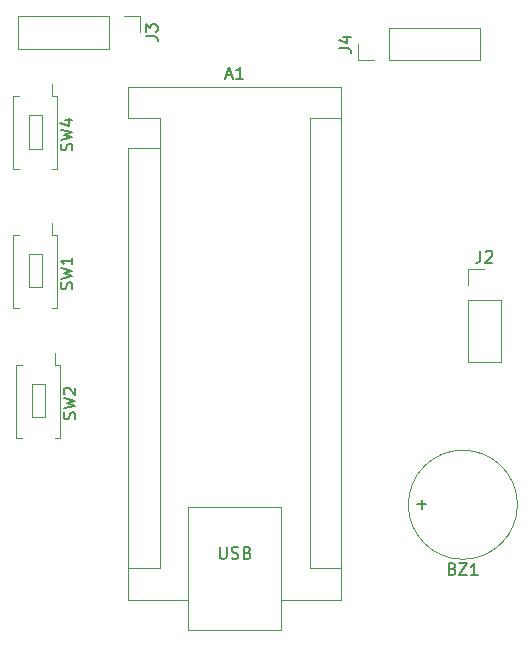
<source format=gbr>
%TF.GenerationSoftware,KiCad,Pcbnew,9.0.2*%
%TF.CreationDate,2025-06-04T00:58:58-04:00*%
%TF.ProjectId,placapcbbalanza,706c6163-6170-4636-9262-616c616e7a61,rev?*%
%TF.SameCoordinates,Original*%
%TF.FileFunction,Legend,Top*%
%TF.FilePolarity,Positive*%
%FSLAX46Y46*%
G04 Gerber Fmt 4.6, Leading zero omitted, Abs format (unit mm)*
G04 Created by KiCad (PCBNEW 9.0.2) date 2025-06-04 00:58:58*
%MOMM*%
%LPD*%
G01*
G04 APERTURE LIST*
%ADD10C,0.150000*%
%ADD11C,0.120000*%
G04 APERTURE END LIST*
D10*
X24511700Y-28078832D02*
X24559319Y-27935975D01*
X24559319Y-27935975D02*
X24559319Y-27697880D01*
X24559319Y-27697880D02*
X24511700Y-27602642D01*
X24511700Y-27602642D02*
X24464080Y-27555023D01*
X24464080Y-27555023D02*
X24368842Y-27507404D01*
X24368842Y-27507404D02*
X24273604Y-27507404D01*
X24273604Y-27507404D02*
X24178366Y-27555023D01*
X24178366Y-27555023D02*
X24130747Y-27602642D01*
X24130747Y-27602642D02*
X24083128Y-27697880D01*
X24083128Y-27697880D02*
X24035509Y-27888356D01*
X24035509Y-27888356D02*
X23987890Y-27983594D01*
X23987890Y-27983594D02*
X23940271Y-28031213D01*
X23940271Y-28031213D02*
X23845033Y-28078832D01*
X23845033Y-28078832D02*
X23749795Y-28078832D01*
X23749795Y-28078832D02*
X23654557Y-28031213D01*
X23654557Y-28031213D02*
X23606938Y-27983594D01*
X23606938Y-27983594D02*
X23559319Y-27888356D01*
X23559319Y-27888356D02*
X23559319Y-27650261D01*
X23559319Y-27650261D02*
X23606938Y-27507404D01*
X23559319Y-27174070D02*
X24559319Y-26935975D01*
X24559319Y-26935975D02*
X23845033Y-26745499D01*
X23845033Y-26745499D02*
X24559319Y-26555023D01*
X24559319Y-26555023D02*
X23559319Y-26316928D01*
X23892652Y-25507404D02*
X24559319Y-25507404D01*
X23511700Y-25745499D02*
X24225985Y-25983594D01*
X24225985Y-25983594D02*
X24225985Y-25364547D01*
X30759319Y-18408833D02*
X31473604Y-18408833D01*
X31473604Y-18408833D02*
X31616461Y-18456452D01*
X31616461Y-18456452D02*
X31711700Y-18551690D01*
X31711700Y-18551690D02*
X31759319Y-18694547D01*
X31759319Y-18694547D02*
X31759319Y-18789785D01*
X30759319Y-18027880D02*
X30759319Y-17408833D01*
X30759319Y-17408833D02*
X31140271Y-17742166D01*
X31140271Y-17742166D02*
X31140271Y-17599309D01*
X31140271Y-17599309D02*
X31187890Y-17504071D01*
X31187890Y-17504071D02*
X31235509Y-17456452D01*
X31235509Y-17456452D02*
X31330747Y-17408833D01*
X31330747Y-17408833D02*
X31568842Y-17408833D01*
X31568842Y-17408833D02*
X31664080Y-17456452D01*
X31664080Y-17456452D02*
X31711700Y-17504071D01*
X31711700Y-17504071D02*
X31759319Y-17599309D01*
X31759319Y-17599309D02*
X31759319Y-17885023D01*
X31759319Y-17885023D02*
X31711700Y-17980261D01*
X31711700Y-17980261D02*
X31664080Y-18027880D01*
X59101166Y-36570319D02*
X59101166Y-37284604D01*
X59101166Y-37284604D02*
X59053547Y-37427461D01*
X59053547Y-37427461D02*
X58958309Y-37522700D01*
X58958309Y-37522700D02*
X58815452Y-37570319D01*
X58815452Y-37570319D02*
X58720214Y-37570319D01*
X59529738Y-36665557D02*
X59577357Y-36617938D01*
X59577357Y-36617938D02*
X59672595Y-36570319D01*
X59672595Y-36570319D02*
X59910690Y-36570319D01*
X59910690Y-36570319D02*
X60005928Y-36617938D01*
X60005928Y-36617938D02*
X60053547Y-36665557D01*
X60053547Y-36665557D02*
X60101166Y-36760795D01*
X60101166Y-36760795D02*
X60101166Y-36856033D01*
X60101166Y-36856033D02*
X60053547Y-36998890D01*
X60053547Y-36998890D02*
X59482119Y-37570319D01*
X59482119Y-37570319D02*
X60101166Y-37570319D01*
X47149319Y-19408833D02*
X47863604Y-19408833D01*
X47863604Y-19408833D02*
X48006461Y-19456452D01*
X48006461Y-19456452D02*
X48101700Y-19551690D01*
X48101700Y-19551690D02*
X48149319Y-19694547D01*
X48149319Y-19694547D02*
X48149319Y-19789785D01*
X47482652Y-18504071D02*
X48149319Y-18504071D01*
X47101700Y-18742166D02*
X47815985Y-18980261D01*
X47815985Y-18980261D02*
X47815985Y-18361214D01*
X24761700Y-50828832D02*
X24809319Y-50685975D01*
X24809319Y-50685975D02*
X24809319Y-50447880D01*
X24809319Y-50447880D02*
X24761700Y-50352642D01*
X24761700Y-50352642D02*
X24714080Y-50305023D01*
X24714080Y-50305023D02*
X24618842Y-50257404D01*
X24618842Y-50257404D02*
X24523604Y-50257404D01*
X24523604Y-50257404D02*
X24428366Y-50305023D01*
X24428366Y-50305023D02*
X24380747Y-50352642D01*
X24380747Y-50352642D02*
X24333128Y-50447880D01*
X24333128Y-50447880D02*
X24285509Y-50638356D01*
X24285509Y-50638356D02*
X24237890Y-50733594D01*
X24237890Y-50733594D02*
X24190271Y-50781213D01*
X24190271Y-50781213D02*
X24095033Y-50828832D01*
X24095033Y-50828832D02*
X23999795Y-50828832D01*
X23999795Y-50828832D02*
X23904557Y-50781213D01*
X23904557Y-50781213D02*
X23856938Y-50733594D01*
X23856938Y-50733594D02*
X23809319Y-50638356D01*
X23809319Y-50638356D02*
X23809319Y-50400261D01*
X23809319Y-50400261D02*
X23856938Y-50257404D01*
X23809319Y-49924070D02*
X24809319Y-49685975D01*
X24809319Y-49685975D02*
X24095033Y-49495499D01*
X24095033Y-49495499D02*
X24809319Y-49305023D01*
X24809319Y-49305023D02*
X23809319Y-49066928D01*
X23904557Y-48733594D02*
X23856938Y-48685975D01*
X23856938Y-48685975D02*
X23809319Y-48590737D01*
X23809319Y-48590737D02*
X23809319Y-48352642D01*
X23809319Y-48352642D02*
X23856938Y-48257404D01*
X23856938Y-48257404D02*
X23904557Y-48209785D01*
X23904557Y-48209785D02*
X23999795Y-48162166D01*
X23999795Y-48162166D02*
X24095033Y-48162166D01*
X24095033Y-48162166D02*
X24237890Y-48209785D01*
X24237890Y-48209785D02*
X24809319Y-48781213D01*
X24809319Y-48781213D02*
X24809319Y-48162166D01*
X37590214Y-21724604D02*
X38066404Y-21724604D01*
X37494976Y-22010319D02*
X37828309Y-21010319D01*
X37828309Y-21010319D02*
X38161642Y-22010319D01*
X39018785Y-22010319D02*
X38447357Y-22010319D01*
X38733071Y-22010319D02*
X38733071Y-21010319D01*
X38733071Y-21010319D02*
X38637833Y-21153176D01*
X38637833Y-21153176D02*
X38542595Y-21248414D01*
X38542595Y-21248414D02*
X38447357Y-21296033D01*
X37042595Y-61650319D02*
X37042595Y-62459842D01*
X37042595Y-62459842D02*
X37090214Y-62555080D01*
X37090214Y-62555080D02*
X37137833Y-62602700D01*
X37137833Y-62602700D02*
X37233071Y-62650319D01*
X37233071Y-62650319D02*
X37423547Y-62650319D01*
X37423547Y-62650319D02*
X37518785Y-62602700D01*
X37518785Y-62602700D02*
X37566404Y-62555080D01*
X37566404Y-62555080D02*
X37614023Y-62459842D01*
X37614023Y-62459842D02*
X37614023Y-61650319D01*
X38042595Y-62602700D02*
X38185452Y-62650319D01*
X38185452Y-62650319D02*
X38423547Y-62650319D01*
X38423547Y-62650319D02*
X38518785Y-62602700D01*
X38518785Y-62602700D02*
X38566404Y-62555080D01*
X38566404Y-62555080D02*
X38614023Y-62459842D01*
X38614023Y-62459842D02*
X38614023Y-62364604D01*
X38614023Y-62364604D02*
X38566404Y-62269366D01*
X38566404Y-62269366D02*
X38518785Y-62221747D01*
X38518785Y-62221747D02*
X38423547Y-62174128D01*
X38423547Y-62174128D02*
X38233071Y-62126509D01*
X38233071Y-62126509D02*
X38137833Y-62078890D01*
X38137833Y-62078890D02*
X38090214Y-62031271D01*
X38090214Y-62031271D02*
X38042595Y-61936033D01*
X38042595Y-61936033D02*
X38042595Y-61840795D01*
X38042595Y-61840795D02*
X38090214Y-61745557D01*
X38090214Y-61745557D02*
X38137833Y-61697938D01*
X38137833Y-61697938D02*
X38233071Y-61650319D01*
X38233071Y-61650319D02*
X38471166Y-61650319D01*
X38471166Y-61650319D02*
X38614023Y-61697938D01*
X39375928Y-62126509D02*
X39518785Y-62174128D01*
X39518785Y-62174128D02*
X39566404Y-62221747D01*
X39566404Y-62221747D02*
X39614023Y-62316985D01*
X39614023Y-62316985D02*
X39614023Y-62459842D01*
X39614023Y-62459842D02*
X39566404Y-62555080D01*
X39566404Y-62555080D02*
X39518785Y-62602700D01*
X39518785Y-62602700D02*
X39423547Y-62650319D01*
X39423547Y-62650319D02*
X39042595Y-62650319D01*
X39042595Y-62650319D02*
X39042595Y-61650319D01*
X39042595Y-61650319D02*
X39375928Y-61650319D01*
X39375928Y-61650319D02*
X39471166Y-61697938D01*
X39471166Y-61697938D02*
X39518785Y-61745557D01*
X39518785Y-61745557D02*
X39566404Y-61840795D01*
X39566404Y-61840795D02*
X39566404Y-61936033D01*
X39566404Y-61936033D02*
X39518785Y-62031271D01*
X39518785Y-62031271D02*
X39471166Y-62078890D01*
X39471166Y-62078890D02*
X39375928Y-62126509D01*
X39375928Y-62126509D02*
X39042595Y-62126509D01*
X24511700Y-39828832D02*
X24559319Y-39685975D01*
X24559319Y-39685975D02*
X24559319Y-39447880D01*
X24559319Y-39447880D02*
X24511700Y-39352642D01*
X24511700Y-39352642D02*
X24464080Y-39305023D01*
X24464080Y-39305023D02*
X24368842Y-39257404D01*
X24368842Y-39257404D02*
X24273604Y-39257404D01*
X24273604Y-39257404D02*
X24178366Y-39305023D01*
X24178366Y-39305023D02*
X24130747Y-39352642D01*
X24130747Y-39352642D02*
X24083128Y-39447880D01*
X24083128Y-39447880D02*
X24035509Y-39638356D01*
X24035509Y-39638356D02*
X23987890Y-39733594D01*
X23987890Y-39733594D02*
X23940271Y-39781213D01*
X23940271Y-39781213D02*
X23845033Y-39828832D01*
X23845033Y-39828832D02*
X23749795Y-39828832D01*
X23749795Y-39828832D02*
X23654557Y-39781213D01*
X23654557Y-39781213D02*
X23606938Y-39733594D01*
X23606938Y-39733594D02*
X23559319Y-39638356D01*
X23559319Y-39638356D02*
X23559319Y-39400261D01*
X23559319Y-39400261D02*
X23606938Y-39257404D01*
X23559319Y-38924070D02*
X24559319Y-38685975D01*
X24559319Y-38685975D02*
X23845033Y-38495499D01*
X23845033Y-38495499D02*
X24559319Y-38305023D01*
X24559319Y-38305023D02*
X23559319Y-38066928D01*
X24559319Y-37162166D02*
X24559319Y-37733594D01*
X24559319Y-37447880D02*
X23559319Y-37447880D01*
X23559319Y-37447880D02*
X23702176Y-37543118D01*
X23702176Y-37543118D02*
X23797414Y-37638356D01*
X23797414Y-37638356D02*
X23845033Y-37733594D01*
X56733547Y-63506509D02*
X56876404Y-63554128D01*
X56876404Y-63554128D02*
X56924023Y-63601747D01*
X56924023Y-63601747D02*
X56971642Y-63696985D01*
X56971642Y-63696985D02*
X56971642Y-63839842D01*
X56971642Y-63839842D02*
X56924023Y-63935080D01*
X56924023Y-63935080D02*
X56876404Y-63982700D01*
X56876404Y-63982700D02*
X56781166Y-64030319D01*
X56781166Y-64030319D02*
X56400214Y-64030319D01*
X56400214Y-64030319D02*
X56400214Y-63030319D01*
X56400214Y-63030319D02*
X56733547Y-63030319D01*
X56733547Y-63030319D02*
X56828785Y-63077938D01*
X56828785Y-63077938D02*
X56876404Y-63125557D01*
X56876404Y-63125557D02*
X56924023Y-63220795D01*
X56924023Y-63220795D02*
X56924023Y-63316033D01*
X56924023Y-63316033D02*
X56876404Y-63411271D01*
X56876404Y-63411271D02*
X56828785Y-63458890D01*
X56828785Y-63458890D02*
X56733547Y-63506509D01*
X56733547Y-63506509D02*
X56400214Y-63506509D01*
X57304976Y-63030319D02*
X57971642Y-63030319D01*
X57971642Y-63030319D02*
X57304976Y-64030319D01*
X57304976Y-64030319D02*
X57971642Y-64030319D01*
X58876404Y-64030319D02*
X58304976Y-64030319D01*
X58590690Y-64030319D02*
X58590690Y-63030319D01*
X58590690Y-63030319D02*
X58495452Y-63173176D01*
X58495452Y-63173176D02*
X58400214Y-63268414D01*
X58400214Y-63268414D02*
X58304976Y-63316033D01*
X53733548Y-58049366D02*
X54495453Y-58049366D01*
X54114500Y-58430319D02*
X54114500Y-57668414D01*
D11*
%TO.C,SW4*%
X19554500Y-23475500D02*
X19554500Y-29675500D01*
X20014500Y-23475500D02*
X19554500Y-23475500D01*
X20014500Y-29675500D02*
X19554500Y-29675500D01*
X22794500Y-23475500D02*
X22794500Y-22475500D01*
X23254500Y-23475500D02*
X22794500Y-23475500D01*
X23254500Y-29675500D02*
X22794500Y-29675500D01*
X23254500Y-29675500D02*
X23254500Y-23475500D01*
X21954500Y-25075500D02*
X20904500Y-25075500D01*
X20904500Y-27925500D01*
X21954500Y-27925500D01*
X21954500Y-25075500D01*
%TO.C,J3*%
X19924500Y-16695500D02*
X19924500Y-19455500D01*
X27654500Y-16695500D02*
X19924500Y-16695500D01*
X27654500Y-16695500D02*
X27654500Y-19455500D01*
X27654500Y-19455500D02*
X19924500Y-19455500D01*
X28924500Y-16695500D02*
X30304500Y-16695500D01*
X30304500Y-16695500D02*
X30304500Y-18075500D01*
%TO.C,J2*%
X58054500Y-38115500D02*
X59434500Y-38115500D01*
X58054500Y-39495500D02*
X58054500Y-38115500D01*
X58054500Y-40765500D02*
X58054500Y-45955500D01*
X58054500Y-40765500D02*
X60814500Y-40765500D01*
X58054500Y-45955500D02*
X60814500Y-45955500D01*
X60814500Y-40765500D02*
X60814500Y-45955500D01*
%TO.C,J4*%
X48694500Y-20455500D02*
X48694500Y-19075500D01*
X50074500Y-20455500D02*
X48694500Y-20455500D01*
X51344500Y-17695500D02*
X59074500Y-17695500D01*
X51344500Y-20455500D02*
X51344500Y-17695500D01*
X51344500Y-20455500D02*
X59074500Y-20455500D01*
X59074500Y-20455500D02*
X59074500Y-17695500D01*
%TO.C,SW2*%
X19804500Y-46225500D02*
X19804500Y-52425500D01*
X20264500Y-46225500D02*
X19804500Y-46225500D01*
X20264500Y-52425500D02*
X19804500Y-52425500D01*
X23044500Y-46225500D02*
X23044500Y-45225500D01*
X23504500Y-46225500D02*
X23044500Y-46225500D01*
X23504500Y-52425500D02*
X23044500Y-52425500D01*
X23504500Y-52425500D02*
X23504500Y-46225500D01*
X22204500Y-47825500D02*
X21154500Y-47825500D01*
X21154500Y-50675500D01*
X22204500Y-50675500D01*
X22204500Y-47825500D01*
%TO.C,A1*%
X29284500Y-22695500D02*
X29284500Y-25365500D01*
X29284500Y-27905500D02*
X29284500Y-66135500D01*
X29284500Y-66135500D02*
X34364500Y-66135500D01*
X31954500Y-25365500D02*
X29284500Y-25365500D01*
X31954500Y-27905500D02*
X29284500Y-27905500D01*
X31954500Y-27905500D02*
X31954500Y-25365500D01*
X31954500Y-27905500D02*
X31954500Y-63465500D01*
X31954500Y-63465500D02*
X29284500Y-63465500D01*
X34364500Y-58255500D02*
X42244500Y-58255500D01*
X34364500Y-68675500D02*
X34364500Y-58255500D01*
X42244500Y-58255500D02*
X42244500Y-68675500D01*
X42244500Y-68675500D02*
X34364500Y-68675500D01*
X44654500Y-25365500D02*
X44654500Y-63465500D01*
X44654500Y-25365500D02*
X47324500Y-25365500D01*
X44654500Y-63465500D02*
X47324500Y-63465500D01*
X47324500Y-22695500D02*
X29284500Y-22695500D01*
X47324500Y-66135500D02*
X42244500Y-66135500D01*
X47324500Y-66135500D02*
X47324500Y-22695500D01*
%TO.C,SW1*%
X19554500Y-35225500D02*
X19554500Y-41425500D01*
X20014500Y-35225500D02*
X19554500Y-35225500D01*
X20014500Y-41425500D02*
X19554500Y-41425500D01*
X22794500Y-35225500D02*
X22794500Y-34225500D01*
X23254500Y-35225500D02*
X22794500Y-35225500D01*
X23254500Y-41425500D02*
X22794500Y-41425500D01*
X23254500Y-41425500D02*
X23254500Y-35225500D01*
X21954500Y-36825500D02*
X20904500Y-36825500D01*
X20904500Y-39675500D01*
X21954500Y-39675500D01*
X21954500Y-36825500D01*
%TO.C,BZ1*%
X62234500Y-58075500D02*
G75*
G02*
X52994500Y-58075500I-4620000J0D01*
G01*
X52994500Y-58075500D02*
G75*
G02*
X62234500Y-58075500I4620000J0D01*
G01*
%TD*%
M02*

</source>
